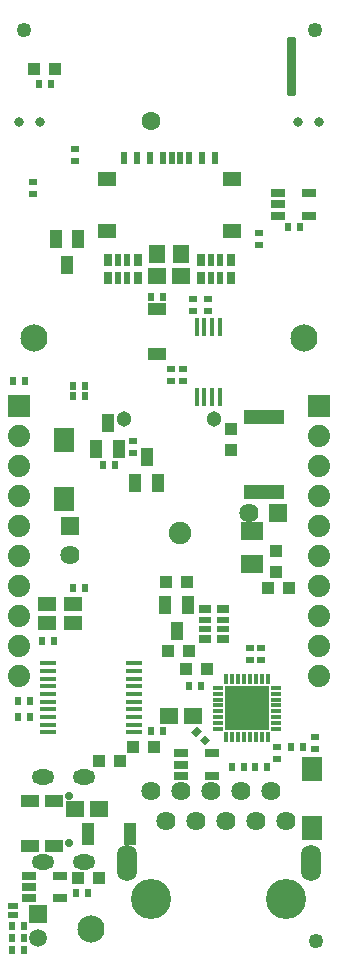
<source format=gbr>
G04 #@! TF.GenerationSoftware,KiCad,Pcbnew,5.1.6-c6e7f7d~87~ubuntu18.04.1*
G04 #@! TF.CreationDate,2022-06-10T14:43:55+03:00*
G04 #@! TF.ProjectId,ESP32-PoE_Rev_J,45535033-322d-4506-9f45-5f5265765f4a,J*
G04 #@! TF.SameCoordinates,Original*
G04 #@! TF.FileFunction,Soldermask,Bot*
G04 #@! TF.FilePolarity,Negative*
%FSLAX46Y46*%
G04 Gerber Fmt 4.6, Leading zero omitted, Abs format (unit mm)*
G04 Created by KiCad (PCBNEW 5.1.6-c6e7f7d~87~ubuntu18.04.1) date 2022-06-10 14:43:55*
%MOMM*%
%LPD*%
G01*
G04 APERTURE LIST*
%ADD10R,1.117600X1.117600*%
%ADD11R,3.501601X1.301600*%
%ADD12R,0.451600X1.601600*%
%ADD13R,1.625600X1.625600*%
%ADD14C,1.625600*%
%ADD15R,1.625600X1.371600*%
%ADD16R,1.501600X1.101600*%
%ADD17R,1.301600X0.651600*%
%ADD18R,0.601600X0.651600*%
%ADD19C,0.801600*%
%ADD20R,1.101600X1.501600*%
%ADD21O,1.701600X3.101599*%
%ADD22C,3.401601*%
%ADD23R,3.701600X3.701600*%
%ADD24R,0.501600X0.501600*%
%ADD25R,1.524000X1.524000*%
%ADD26R,0.351600X0.901600*%
%ADD27R,0.901600X0.351600*%
%ADD28R,1.371600X1.625600*%
%ADD29C,1.254000*%
%ADD30R,0.651600X0.601600*%
%ADD31C,0.100000*%
%ADD32C,1.879600*%
%ADD33R,1.879600X1.879600*%
%ADD34R,1.371600X0.426600*%
%ADD35R,1.801600X2.101600*%
%ADD36R,1.117600X1.879600*%
%ADD37R,0.601600X1.101600*%
%ADD38R,1.601600X1.301600*%
%ADD39C,0.701600*%
%ADD40O,1.901600X1.301600*%
%ADD41R,1.117600X0.482600*%
%ADD42R,1.117600X0.736600*%
%ADD43R,0.482600X1.117600*%
%ADD44R,0.736600X1.117600*%
%ADD45C,1.301600*%
%ADD46R,1.501600X1.301600*%
%ADD47R,0.863600X0.609600*%
%ADD48R,1.879600X1.625600*%
%ADD49C,1.901600*%
%ADD50C,1.601600*%
%ADD51C,2.301600*%
%ADD52R,1.501600X1.501600*%
%ADD53C,1.501600*%
%ADD54C,0.254000*%
G04 APERTURE END LIST*
D10*
X113157000Y-137287000D03*
X113157000Y-135509000D03*
D11*
X112141000Y-124205200D03*
X112141000Y-130505200D03*
D12*
X106467000Y-116557000D03*
X107117000Y-116557000D03*
X107767000Y-116557000D03*
X108417000Y-116557000D03*
X108417000Y-122457000D03*
X107767000Y-122457000D03*
X107117000Y-122457000D03*
X106467000Y-122457000D03*
D13*
X113391000Y-132334000D03*
D14*
X110891000Y-132334000D03*
D15*
X96139000Y-157353000D03*
X98171000Y-157353000D03*
D16*
X92329000Y-156723000D03*
X92329000Y-160523000D03*
D17*
X105126000Y-154559000D03*
X105126000Y-153609000D03*
X105126000Y-152659000D03*
X107726000Y-154559000D03*
X107726000Y-152659000D03*
D18*
X112395000Y-153797000D03*
X111379000Y-153797000D03*
D16*
X103124000Y-115067000D03*
X103124000Y-118867000D03*
D19*
X115059000Y-99187000D03*
X116859000Y-99187000D03*
X91421000Y-99187000D03*
X93221000Y-99187000D03*
D10*
X98171000Y-153289000D03*
X99949000Y-153289000D03*
D20*
X102237540Y-127548640D03*
X101282500Y-129758440D03*
X103184960Y-129758440D03*
X98933000Y-124714000D03*
X97977960Y-126923800D03*
X99880420Y-126923800D03*
X94554040Y-109128560D03*
X96456500Y-109128560D03*
X95501460Y-111338360D03*
D15*
X103124000Y-112268000D03*
X105156000Y-112268000D03*
D20*
X103825040Y-140116560D03*
X105727500Y-140116560D03*
X104772460Y-142326360D03*
D14*
X102616000Y-155806000D03*
X103886000Y-158346000D03*
X105156000Y-155806000D03*
X106426000Y-158346000D03*
X107696000Y-155806000D03*
X108966000Y-158346000D03*
X110236000Y-155806000D03*
X111506000Y-158346000D03*
X112776000Y-155806000D03*
X114046000Y-158346000D03*
D21*
X100531000Y-161946000D03*
X116131000Y-161946000D03*
D22*
X102616000Y-164996000D03*
X114046000Y-164996000D03*
D23*
X110744000Y-148844000D03*
D24*
X112044000Y-149344000D03*
X112044000Y-148344000D03*
X111244000Y-147544000D03*
X110244000Y-147544000D03*
X109444000Y-148344000D03*
X109444000Y-149344000D03*
X110244000Y-150144000D03*
X111244000Y-150144000D03*
D25*
X110744000Y-148844000D03*
D26*
X108994000Y-151294000D03*
X109494000Y-151294000D03*
X109994000Y-151294000D03*
X110494000Y-151294000D03*
X110994000Y-151294000D03*
X111494000Y-151294000D03*
X111994000Y-151294000D03*
X112494000Y-151294000D03*
D27*
X113194000Y-150594000D03*
X113194000Y-150094000D03*
X113194000Y-149594000D03*
X113194000Y-149094000D03*
X113194000Y-148594000D03*
X113194000Y-148094000D03*
X113194000Y-147594000D03*
X113194000Y-147094000D03*
D26*
X112494000Y-146394000D03*
X111994000Y-146394000D03*
X111494000Y-146394000D03*
X110994000Y-146394000D03*
X110494000Y-146394000D03*
X109994000Y-146394000D03*
X109494000Y-146394000D03*
X108994000Y-146394000D03*
D27*
X108294000Y-147094000D03*
X108294000Y-147594000D03*
X108294000Y-148094000D03*
X108294000Y-148594000D03*
X108294000Y-149094000D03*
X108294000Y-149594000D03*
X108294000Y-150094000D03*
X108294000Y-150594000D03*
D18*
X103632000Y-150749000D03*
X102616000Y-150749000D03*
D10*
X102870000Y-152146000D03*
X101092000Y-152146000D03*
D18*
X91821000Y-168275000D03*
X90805000Y-168275000D03*
X90805000Y-167259000D03*
X91821000Y-167259000D03*
D16*
X94361000Y-160523000D03*
X94361000Y-156723000D03*
D18*
X91821000Y-169291000D03*
X90805000Y-169291000D03*
X93091000Y-96012000D03*
X94107000Y-96012000D03*
X97282000Y-164465000D03*
X96266000Y-164465000D03*
D17*
X92299000Y-164907000D03*
X92299000Y-163957000D03*
X92299000Y-163007000D03*
X94899000Y-164907000D03*
X94899000Y-163007000D03*
D18*
X96012000Y-121539000D03*
X97028000Y-121539000D03*
D10*
X103886000Y-138176000D03*
X105664000Y-138176000D03*
D28*
X103124000Y-110363000D03*
X105156000Y-110363000D03*
D29*
X116586000Y-168529000D03*
X116459000Y-91440000D03*
X91821000Y-91440000D03*
D30*
X110998000Y-143764000D03*
X110998000Y-144780000D03*
D18*
X105791000Y-146939000D03*
X106807000Y-146939000D03*
D30*
X113284000Y-152146000D03*
X113284000Y-153162000D03*
X92583000Y-104267000D03*
X92583000Y-105283000D03*
X111760000Y-108585000D03*
X111760000Y-109601000D03*
X104267000Y-121158000D03*
X104267000Y-120142000D03*
D31*
G36*
X106912653Y-150774902D02*
G01*
X106451902Y-151235653D01*
X106026507Y-150810258D01*
X106487258Y-150349507D01*
X106912653Y-150774902D01*
G37*
G36*
X106744927Y-151528678D02*
G01*
X107205678Y-151067927D01*
X107631073Y-151493322D01*
X107170322Y-151954073D01*
X106744927Y-151528678D01*
G37*
D30*
X116459000Y-151257000D03*
X116459000Y-152273000D03*
D18*
X115443000Y-152146000D03*
X114427000Y-152146000D03*
X97028000Y-122428000D03*
X96012000Y-122428000D03*
X91948000Y-121158000D03*
X90932000Y-121158000D03*
X91313000Y-148209000D03*
X92329000Y-148209000D03*
X91313000Y-149606000D03*
X92329000Y-149606000D03*
D32*
X116840000Y-130840000D03*
X116840000Y-128300000D03*
X116840000Y-125760000D03*
D33*
X116840000Y-123220000D03*
D32*
X116840000Y-133380000D03*
X116840000Y-135920000D03*
X116840000Y-141000000D03*
X116840000Y-138460000D03*
X116840000Y-143540000D03*
X116840000Y-146080000D03*
X91440000Y-130840000D03*
X91440000Y-128300000D03*
X91440000Y-125760000D03*
D33*
X91440000Y-123220000D03*
D32*
X91440000Y-133380000D03*
X91440000Y-135920000D03*
X91440000Y-141000000D03*
X91440000Y-138460000D03*
X91440000Y-143540000D03*
X91440000Y-146080000D03*
D10*
X98171000Y-163195000D03*
X96393000Y-163195000D03*
D34*
X93916500Y-150880000D03*
X93916500Y-150230000D03*
X93916500Y-149580000D03*
X93916500Y-148930000D03*
X93916500Y-148280000D03*
X93916500Y-147630000D03*
X93916500Y-146980000D03*
X93916500Y-146330000D03*
X93916500Y-145680000D03*
X93916500Y-145030000D03*
X101155500Y-145030000D03*
X101155500Y-145680000D03*
X101155500Y-146330000D03*
X101155500Y-146980000D03*
X101155500Y-147630000D03*
X101155500Y-148280000D03*
X101155500Y-148930000D03*
X101155500Y-149580000D03*
X101155500Y-150230000D03*
X101155500Y-150880000D03*
D35*
X95250000Y-126151000D03*
X95250000Y-131151000D03*
D36*
X100838000Y-159512000D03*
X97282000Y-159512000D03*
D37*
X100290000Y-102237000D03*
X101390000Y-102237000D03*
X102490000Y-102237000D03*
X103590000Y-102237000D03*
X104340000Y-102237000D03*
X105040000Y-102237000D03*
X105790000Y-102237000D03*
X106890000Y-102237000D03*
X107990000Y-102237000D03*
D38*
X109440000Y-103987000D03*
X98840000Y-103987000D03*
X109440000Y-108437000D03*
X98840000Y-108437000D03*
D10*
X105537000Y-145542000D03*
X107315000Y-145542000D03*
X105791000Y-144018000D03*
X104013000Y-144018000D03*
D39*
X95626000Y-156242000D03*
X95626000Y-160242000D03*
D40*
X93476000Y-154642000D03*
X96946000Y-154642000D03*
X96946000Y-161842000D03*
X93476000Y-161842000D03*
D41*
X107188000Y-141351000D03*
X107188000Y-142113000D03*
X108712000Y-141351000D03*
X108712000Y-142113000D03*
D42*
X107188000Y-140462000D03*
X108712000Y-140462000D03*
X107188000Y-143002000D03*
X108712000Y-143002000D03*
D43*
X100584000Y-110871000D03*
X99822000Y-110871000D03*
X100584000Y-112395000D03*
X99822000Y-112395000D03*
D44*
X101473000Y-110871000D03*
X101473000Y-112395000D03*
X98933000Y-110871000D03*
X98933000Y-112395000D03*
D15*
X104140000Y-149479000D03*
X106172000Y-149479000D03*
D18*
X93345000Y-143129000D03*
X94361000Y-143129000D03*
X103632000Y-114046000D03*
X102616000Y-114046000D03*
X99568000Y-128270000D03*
X98552000Y-128270000D03*
D30*
X101092000Y-126238000D03*
X101092000Y-127254000D03*
D43*
X108458000Y-110871000D03*
X107696000Y-110871000D03*
X108458000Y-112395000D03*
X107696000Y-112395000D03*
D44*
X109347000Y-110871000D03*
X109347000Y-112395000D03*
X106807000Y-110871000D03*
X106807000Y-112395000D03*
D45*
X107950000Y-124333000D03*
X100330000Y-124333000D03*
D18*
X96012000Y-138684000D03*
X97028000Y-138684000D03*
D46*
X95969000Y-140043000D03*
X93769000Y-141643000D03*
X93769000Y-140043000D03*
X95969000Y-141643000D03*
D47*
X90932000Y-166370000D03*
X90932000Y-165608000D03*
D10*
X92710000Y-94742000D03*
X94488000Y-94742000D03*
D18*
X110490000Y-153797000D03*
X109474000Y-153797000D03*
D35*
X116205000Y-153964000D03*
X116205000Y-158964000D03*
D30*
X105283000Y-120142000D03*
X105283000Y-121158000D03*
X106172000Y-114173000D03*
X106172000Y-115189000D03*
X107442000Y-114173000D03*
X107442000Y-115189000D03*
D48*
X111125000Y-136652000D03*
X111125000Y-133858000D03*
D49*
X105029000Y-133985000D03*
D14*
X95758000Y-135870000D03*
D13*
X95758000Y-133370000D03*
D10*
X109347000Y-127000000D03*
X109347000Y-125222000D03*
D30*
X111887000Y-144780000D03*
X111887000Y-143764000D03*
D10*
X114300000Y-138684000D03*
X112522000Y-138684000D03*
D50*
X102640000Y-99108000D03*
D18*
X114173000Y-108077000D03*
X115189000Y-108077000D03*
D51*
X92710000Y-117475000D03*
X115570000Y-117475000D03*
X97536000Y-167513000D03*
D30*
X96139000Y-101473000D03*
X96139000Y-102489000D03*
D17*
X115980999Y-105222000D03*
X115980999Y-107122000D03*
X113380999Y-105222000D03*
X113380999Y-106172000D03*
X113380999Y-107122000D03*
D52*
X93070680Y-166230300D03*
D53*
X93073220Y-168259760D03*
D54*
G36*
X114681000Y-96837500D02*
G01*
X114173000Y-96837500D01*
X114173000Y-92075000D01*
X114681000Y-92075000D01*
X114681000Y-96837500D01*
G37*
X114681000Y-96837500D02*
X114173000Y-96837500D01*
X114173000Y-92075000D01*
X114681000Y-92075000D01*
X114681000Y-96837500D01*
M02*

</source>
